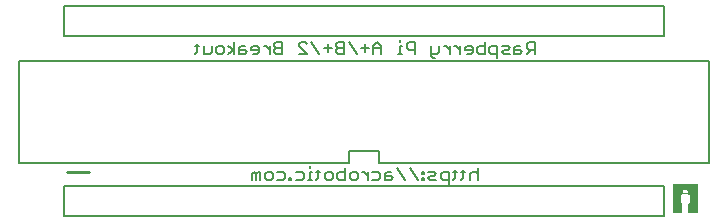
<source format=gbo>
G75*
%MOIN*%
%OFA0B0*%
%FSLAX24Y24*%
%IPPOS*%
%LPD*%
%AMOC8*
5,1,8,0,0,1.08239X$1,22.5*
%
%ADD10C,0.0050*%
%ADD11C,0.0080*%
%ADD12C,0.0100*%
%ADD13C,0.0010*%
D10*
X007930Y001550D02*
X007930Y001750D01*
X007996Y001817D01*
X008063Y001750D01*
X008063Y001550D01*
X008197Y001550D02*
X008197Y001817D01*
X008130Y001817D01*
X008063Y001750D01*
X008344Y001750D02*
X008411Y001817D01*
X008544Y001817D01*
X008611Y001750D01*
X008611Y001617D01*
X008544Y001550D01*
X008411Y001550D01*
X008344Y001617D01*
X008344Y001750D01*
X008758Y001817D02*
X008959Y001817D01*
X009025Y001750D01*
X009025Y001617D01*
X008959Y001550D01*
X008758Y001550D01*
X009166Y001550D02*
X009232Y001550D01*
X009232Y001617D01*
X009166Y001617D01*
X009166Y001550D01*
X009380Y001550D02*
X009580Y001550D01*
X009647Y001617D01*
X009647Y001750D01*
X009580Y001817D01*
X009380Y001817D01*
X009856Y001817D02*
X009856Y001550D01*
X009790Y001550D02*
X009923Y001550D01*
X010066Y001550D02*
X010133Y001617D01*
X010133Y001884D01*
X010199Y001817D02*
X010066Y001817D01*
X009923Y001817D02*
X009856Y001817D01*
X009856Y001950D02*
X009856Y002017D01*
X010347Y001750D02*
X010413Y001817D01*
X010547Y001817D01*
X010614Y001750D01*
X010614Y001617D01*
X010547Y001550D01*
X010413Y001550D01*
X010347Y001617D01*
X010347Y001750D01*
X010761Y001750D02*
X010761Y001617D01*
X010828Y001550D01*
X011028Y001550D01*
X011028Y001950D01*
X011028Y001817D02*
X010828Y001817D01*
X010761Y001750D01*
X011175Y001750D02*
X011175Y001617D01*
X011242Y001550D01*
X011376Y001550D01*
X011442Y001617D01*
X011442Y001750D01*
X011376Y001817D01*
X011242Y001817D01*
X011175Y001750D01*
X011587Y001817D02*
X011654Y001817D01*
X011788Y001683D01*
X011788Y001550D02*
X011788Y001817D01*
X011935Y001817D02*
X012135Y001817D01*
X012202Y001750D01*
X012202Y001617D01*
X012135Y001550D01*
X011935Y001550D01*
X012349Y001550D02*
X012550Y001550D01*
X012616Y001617D01*
X012550Y001683D01*
X012349Y001683D01*
X012349Y001750D02*
X012349Y001550D01*
X012764Y001950D02*
X013031Y001550D01*
X013445Y001550D02*
X013178Y001950D01*
X013586Y001817D02*
X013586Y001750D01*
X013652Y001750D01*
X013652Y001817D01*
X013586Y001817D01*
X013800Y001817D02*
X014000Y001817D01*
X014067Y001750D01*
X014000Y001683D01*
X013866Y001683D01*
X013800Y001617D01*
X013866Y001550D01*
X014067Y001550D01*
X014214Y001617D02*
X014281Y001550D01*
X014481Y001550D01*
X014624Y001550D02*
X014690Y001617D01*
X014690Y001884D01*
X014757Y001817D02*
X014624Y001817D01*
X014481Y001817D02*
X014281Y001817D01*
X014214Y001750D01*
X014214Y001617D01*
X014481Y001417D02*
X014481Y001817D01*
X014900Y001817D02*
X015033Y001817D01*
X014967Y001884D02*
X014967Y001617D01*
X014900Y001550D01*
X015181Y001550D02*
X015181Y001750D01*
X015248Y001817D01*
X015381Y001817D01*
X015448Y001750D01*
X015448Y001950D02*
X015448Y001550D01*
X013652Y001550D02*
X013652Y001617D01*
X013586Y001617D01*
X013586Y001550D01*
X013652Y001550D01*
X012550Y001817D02*
X012416Y001817D01*
X012349Y001750D01*
X013970Y005617D02*
X014037Y005617D01*
X013970Y005617D02*
X013903Y005683D01*
X013903Y006017D01*
X014170Y006017D02*
X014170Y005817D01*
X014103Y005750D01*
X013903Y005750D01*
X013341Y005750D02*
X013341Y006150D01*
X013141Y006150D01*
X013075Y006084D01*
X013075Y005950D01*
X013141Y005883D01*
X013341Y005883D01*
X012927Y005750D02*
X012794Y005750D01*
X012860Y005750D02*
X012860Y006017D01*
X012927Y006017D01*
X012860Y006150D02*
X012860Y006217D01*
X012237Y006017D02*
X012103Y006150D01*
X011970Y006017D01*
X011970Y005750D01*
X012237Y005750D02*
X012237Y006017D01*
X012237Y005950D02*
X011970Y005950D01*
X011822Y005950D02*
X011555Y005950D01*
X011689Y005817D02*
X011689Y006084D01*
X011408Y005750D02*
X011141Y006150D01*
X010993Y006150D02*
X010793Y006150D01*
X010727Y006084D01*
X010727Y006017D01*
X010793Y005950D01*
X010993Y005950D01*
X010793Y005950D02*
X010727Y005883D01*
X010727Y005817D01*
X010793Y005750D01*
X010993Y005750D01*
X010993Y006150D01*
X010579Y005950D02*
X010312Y005950D01*
X010446Y005817D02*
X010446Y006084D01*
X010165Y005750D02*
X009898Y006150D01*
X009750Y006084D02*
X009684Y006150D01*
X009550Y006150D01*
X009484Y006084D01*
X009484Y006017D01*
X009750Y005750D01*
X009484Y005750D01*
X008922Y005750D02*
X008722Y005750D01*
X008655Y005817D01*
X008655Y005883D01*
X008722Y005950D01*
X008922Y005950D01*
X008722Y005950D02*
X008655Y006017D01*
X008655Y006084D01*
X008722Y006150D01*
X008922Y006150D01*
X008922Y005750D01*
X008507Y005750D02*
X008507Y006017D01*
X008374Y006017D02*
X008307Y006017D01*
X008374Y006017D02*
X008507Y005883D01*
X008162Y005883D02*
X007895Y005883D01*
X007895Y005950D01*
X007962Y006017D01*
X008095Y006017D01*
X008162Y005950D01*
X008162Y005817D01*
X008095Y005750D01*
X007962Y005750D01*
X007748Y005817D02*
X007681Y005883D01*
X007481Y005883D01*
X007481Y005950D02*
X007481Y005750D01*
X007681Y005750D01*
X007748Y005817D01*
X007548Y006017D02*
X007481Y005950D01*
X007548Y006017D02*
X007681Y006017D01*
X007333Y006150D02*
X007333Y005750D01*
X007333Y005883D02*
X007133Y005750D01*
X006988Y005817D02*
X006921Y005750D01*
X006788Y005750D01*
X006721Y005817D01*
X006721Y005950D01*
X006788Y006017D01*
X006921Y006017D01*
X006988Y005950D01*
X006988Y005817D01*
X007133Y006017D02*
X007333Y005883D01*
X006574Y005817D02*
X006507Y005750D01*
X006307Y005750D01*
X006307Y006017D01*
X006159Y006017D02*
X006026Y006017D01*
X006093Y006084D02*
X006093Y005817D01*
X006026Y005750D01*
X006574Y005817D02*
X006574Y006017D01*
X014315Y006017D02*
X014382Y006017D01*
X014515Y005883D01*
X014727Y006017D02*
X014861Y005883D01*
X015008Y005883D02*
X015008Y005950D01*
X015075Y006017D01*
X015208Y006017D01*
X015275Y005950D01*
X015275Y005817D01*
X015208Y005750D01*
X015075Y005750D01*
X014861Y005750D02*
X014861Y006017D01*
X014727Y006017D02*
X014661Y006017D01*
X014515Y006017D02*
X014515Y005750D01*
X015008Y005883D02*
X015275Y005883D01*
X015423Y005817D02*
X015423Y005950D01*
X015489Y006017D01*
X015689Y006017D01*
X015837Y005950D02*
X015837Y005817D01*
X015904Y005750D01*
X016104Y005750D01*
X016251Y005817D02*
X016318Y005883D01*
X016451Y005883D01*
X016518Y005950D01*
X016451Y006017D01*
X016251Y006017D01*
X016104Y006017D02*
X015904Y006017D01*
X015837Y005950D01*
X016104Y006017D02*
X016104Y005617D01*
X016251Y005817D02*
X016318Y005750D01*
X016518Y005750D01*
X016666Y005750D02*
X016866Y005750D01*
X016933Y005817D01*
X016866Y005883D01*
X016666Y005883D01*
X016666Y005950D02*
X016666Y005750D01*
X017080Y005750D02*
X017213Y005883D01*
X017147Y005883D02*
X017347Y005883D01*
X017147Y005883D02*
X017080Y005950D01*
X017080Y006084D01*
X017147Y006150D01*
X017347Y006150D01*
X017347Y005750D01*
X016732Y006017D02*
X016666Y005950D01*
X016732Y006017D02*
X016866Y006017D01*
X015689Y006150D02*
X015689Y005750D01*
X015489Y005750D01*
X015423Y005817D01*
D11*
X001640Y001350D02*
X001640Y000350D01*
X021640Y000350D01*
X021640Y001350D01*
X001640Y001350D01*
X000140Y002125D02*
X011140Y002125D01*
X011140Y002525D01*
X012140Y002525D01*
X012140Y002125D01*
X023140Y002125D01*
X023140Y005545D01*
X000140Y005545D01*
X000140Y002125D01*
X001640Y006350D02*
X001640Y007350D01*
X021640Y007350D01*
X021640Y006350D01*
X001640Y006350D01*
D12*
X001740Y001825D02*
X002490Y001825D01*
D13*
X021964Y001428D02*
X021964Y000498D01*
X022238Y000498D01*
X022238Y000772D01*
X022188Y000796D01*
X022188Y001080D01*
X022236Y001120D01*
X022266Y001120D01*
X022266Y001238D01*
X022288Y001260D01*
X022414Y001260D01*
X022442Y001234D01*
X022442Y001142D01*
X022464Y001142D01*
X022464Y001120D01*
X022442Y001120D01*
X022268Y001120D01*
X022268Y001136D01*
X022468Y001136D01*
X022468Y001118D01*
X022516Y001078D01*
X022516Y000796D01*
X022466Y000770D01*
X022466Y000500D01*
X022740Y000500D01*
X022740Y001428D01*
X021964Y001428D01*
X021964Y001421D02*
X022740Y001421D01*
X022740Y001413D02*
X021964Y001413D01*
X021964Y001404D02*
X022740Y001404D01*
X022740Y001396D02*
X021964Y001396D01*
X021964Y001387D02*
X022740Y001387D01*
X022740Y001379D02*
X021964Y001379D01*
X021964Y001370D02*
X022740Y001370D01*
X022740Y001362D02*
X021964Y001362D01*
X021964Y001353D02*
X022740Y001353D01*
X022740Y001345D02*
X021964Y001345D01*
X021964Y001336D02*
X022740Y001336D01*
X022740Y001328D02*
X021964Y001328D01*
X021964Y001319D02*
X022740Y001319D01*
X022740Y001311D02*
X021964Y001311D01*
X021964Y001302D02*
X022740Y001302D01*
X022740Y001294D02*
X021964Y001294D01*
X021964Y001285D02*
X022740Y001285D01*
X022740Y001277D02*
X021964Y001277D01*
X021964Y001268D02*
X022740Y001268D01*
X022740Y001260D02*
X022415Y001260D01*
X022424Y001251D02*
X022740Y001251D01*
X022740Y001243D02*
X022433Y001243D01*
X022442Y001234D02*
X022740Y001234D01*
X022740Y001226D02*
X022442Y001226D01*
X022442Y001217D02*
X022740Y001217D01*
X022740Y001209D02*
X022442Y001209D01*
X022442Y001200D02*
X022740Y001200D01*
X022740Y001192D02*
X022442Y001192D01*
X022442Y001183D02*
X022740Y001183D01*
X022740Y001175D02*
X022442Y001175D01*
X022442Y001166D02*
X022740Y001166D01*
X022740Y001158D02*
X022442Y001158D01*
X022442Y001149D02*
X022740Y001149D01*
X022740Y001141D02*
X022464Y001141D01*
X022464Y001132D02*
X022268Y001132D01*
X022266Y001132D02*
X021964Y001132D01*
X021964Y001124D02*
X022266Y001124D01*
X022268Y001124D02*
X022464Y001124D01*
X022468Y001124D02*
X022740Y001124D01*
X022740Y001132D02*
X022468Y001132D01*
X022472Y001115D02*
X022740Y001115D01*
X022740Y001107D02*
X022482Y001107D01*
X022492Y001098D02*
X022740Y001098D01*
X022740Y001090D02*
X022502Y001090D01*
X022512Y001081D02*
X022740Y001081D01*
X022740Y001073D02*
X022516Y001073D01*
X022516Y001064D02*
X022740Y001064D01*
X022740Y001056D02*
X022516Y001056D01*
X022516Y001047D02*
X022740Y001047D01*
X022740Y001039D02*
X022516Y001039D01*
X022516Y001030D02*
X022740Y001030D01*
X022740Y001022D02*
X022516Y001022D01*
X022516Y001013D02*
X022740Y001013D01*
X022740Y001005D02*
X022516Y001005D01*
X022516Y000996D02*
X022740Y000996D01*
X022740Y000988D02*
X022516Y000988D01*
X022516Y000979D02*
X022740Y000979D01*
X022740Y000971D02*
X022516Y000971D01*
X022516Y000962D02*
X022740Y000962D01*
X022740Y000954D02*
X022516Y000954D01*
X022516Y000945D02*
X022740Y000945D01*
X022740Y000937D02*
X022516Y000937D01*
X022516Y000928D02*
X022740Y000928D01*
X022740Y000920D02*
X022516Y000920D01*
X022516Y000911D02*
X022740Y000911D01*
X022740Y000903D02*
X022516Y000903D01*
X022516Y000894D02*
X022740Y000894D01*
X022740Y000886D02*
X022516Y000886D01*
X022516Y000877D02*
X022740Y000877D01*
X022740Y000869D02*
X022516Y000869D01*
X022516Y000860D02*
X022740Y000860D01*
X022740Y000852D02*
X022516Y000852D01*
X022516Y000843D02*
X022740Y000843D01*
X022740Y000835D02*
X022516Y000835D01*
X022516Y000826D02*
X022740Y000826D01*
X022740Y000818D02*
X022516Y000818D01*
X022516Y000809D02*
X022740Y000809D01*
X022740Y000801D02*
X022516Y000801D01*
X022508Y000792D02*
X022740Y000792D01*
X022740Y000784D02*
X022492Y000784D01*
X022476Y000775D02*
X022740Y000775D01*
X022740Y000767D02*
X022466Y000767D01*
X022466Y000758D02*
X022740Y000758D01*
X022740Y000750D02*
X022466Y000750D01*
X022466Y000741D02*
X022740Y000741D01*
X022740Y000733D02*
X022466Y000733D01*
X022466Y000724D02*
X022740Y000724D01*
X022740Y000716D02*
X022466Y000716D01*
X022466Y000707D02*
X022740Y000707D01*
X022740Y000699D02*
X022466Y000699D01*
X022466Y000690D02*
X022740Y000690D01*
X022740Y000682D02*
X022466Y000682D01*
X022466Y000673D02*
X022740Y000673D01*
X022740Y000665D02*
X022466Y000665D01*
X022466Y000656D02*
X022740Y000656D01*
X022740Y000648D02*
X022466Y000648D01*
X022466Y000639D02*
X022740Y000639D01*
X022740Y000631D02*
X022466Y000631D01*
X022466Y000622D02*
X022740Y000622D01*
X022740Y000614D02*
X022466Y000614D01*
X022466Y000605D02*
X022740Y000605D01*
X022740Y000597D02*
X022466Y000597D01*
X022466Y000588D02*
X022740Y000588D01*
X022740Y000580D02*
X022466Y000580D01*
X022466Y000571D02*
X022740Y000571D01*
X022740Y000563D02*
X022466Y000563D01*
X022466Y000554D02*
X022740Y000554D01*
X022740Y000546D02*
X022466Y000546D01*
X022466Y000537D02*
X022740Y000537D01*
X022740Y000529D02*
X022466Y000529D01*
X022466Y000520D02*
X022740Y000520D01*
X022740Y000512D02*
X022466Y000512D01*
X022466Y000503D02*
X022740Y000503D01*
X022238Y000503D02*
X021964Y000503D01*
X021964Y000512D02*
X022238Y000512D01*
X022238Y000520D02*
X021964Y000520D01*
X021964Y000529D02*
X022238Y000529D01*
X022238Y000537D02*
X021964Y000537D01*
X021964Y000546D02*
X022238Y000546D01*
X022238Y000554D02*
X021964Y000554D01*
X021964Y000563D02*
X022238Y000563D01*
X022238Y000571D02*
X021964Y000571D01*
X021964Y000580D02*
X022238Y000580D01*
X022238Y000588D02*
X021964Y000588D01*
X021964Y000597D02*
X022238Y000597D01*
X022238Y000605D02*
X021964Y000605D01*
X021964Y000614D02*
X022238Y000614D01*
X022238Y000622D02*
X021964Y000622D01*
X021964Y000631D02*
X022238Y000631D01*
X022238Y000639D02*
X021964Y000639D01*
X021964Y000648D02*
X022238Y000648D01*
X022238Y000656D02*
X021964Y000656D01*
X021964Y000665D02*
X022238Y000665D01*
X022238Y000673D02*
X021964Y000673D01*
X021964Y000682D02*
X022238Y000682D01*
X022238Y000690D02*
X021964Y000690D01*
X021964Y000699D02*
X022238Y000699D01*
X022238Y000707D02*
X021964Y000707D01*
X021964Y000716D02*
X022238Y000716D01*
X022238Y000724D02*
X021964Y000724D01*
X021964Y000733D02*
X022238Y000733D01*
X022238Y000741D02*
X021964Y000741D01*
X021964Y000750D02*
X022238Y000750D01*
X022238Y000758D02*
X021964Y000758D01*
X021964Y000767D02*
X022238Y000767D01*
X022232Y000775D02*
X021964Y000775D01*
X021964Y000784D02*
X022214Y000784D01*
X022196Y000792D02*
X021964Y000792D01*
X021964Y000801D02*
X022188Y000801D01*
X022188Y000809D02*
X021964Y000809D01*
X021964Y000818D02*
X022188Y000818D01*
X022188Y000826D02*
X021964Y000826D01*
X021964Y000835D02*
X022188Y000835D01*
X022188Y000843D02*
X021964Y000843D01*
X021964Y000852D02*
X022188Y000852D01*
X022188Y000860D02*
X021964Y000860D01*
X021964Y000869D02*
X022188Y000869D01*
X022188Y000877D02*
X021964Y000877D01*
X021964Y000886D02*
X022188Y000886D01*
X022188Y000894D02*
X021964Y000894D01*
X021964Y000903D02*
X022188Y000903D01*
X022188Y000911D02*
X021964Y000911D01*
X021964Y000920D02*
X022188Y000920D01*
X022188Y000928D02*
X021964Y000928D01*
X021964Y000937D02*
X022188Y000937D01*
X022188Y000945D02*
X021964Y000945D01*
X021964Y000954D02*
X022188Y000954D01*
X022188Y000962D02*
X021964Y000962D01*
X021964Y000971D02*
X022188Y000971D01*
X022188Y000979D02*
X021964Y000979D01*
X021964Y000988D02*
X022188Y000988D01*
X022188Y000996D02*
X021964Y000996D01*
X021964Y001005D02*
X022188Y001005D01*
X022188Y001013D02*
X021964Y001013D01*
X021964Y001022D02*
X022188Y001022D01*
X022188Y001030D02*
X021964Y001030D01*
X021964Y001039D02*
X022188Y001039D01*
X022188Y001047D02*
X021964Y001047D01*
X021964Y001056D02*
X022188Y001056D01*
X022188Y001064D02*
X021964Y001064D01*
X021964Y001073D02*
X022188Y001073D01*
X022189Y001081D02*
X021964Y001081D01*
X021964Y001090D02*
X022199Y001090D01*
X022210Y001098D02*
X021964Y001098D01*
X021964Y001107D02*
X022220Y001107D01*
X022230Y001115D02*
X021964Y001115D01*
X021964Y001141D02*
X022266Y001141D01*
X022266Y001149D02*
X021964Y001149D01*
X021964Y001158D02*
X022266Y001158D01*
X022266Y001166D02*
X021964Y001166D01*
X021964Y001175D02*
X022266Y001175D01*
X022266Y001183D02*
X021964Y001183D01*
X021964Y001192D02*
X022266Y001192D01*
X022266Y001200D02*
X021964Y001200D01*
X021964Y001209D02*
X022266Y001209D01*
X022266Y001217D02*
X021964Y001217D01*
X021964Y001226D02*
X022266Y001226D01*
X022266Y001234D02*
X021964Y001234D01*
X021964Y001243D02*
X022271Y001243D01*
X022279Y001251D02*
X021964Y001251D01*
X021964Y001260D02*
X022288Y001260D01*
M02*

</source>
